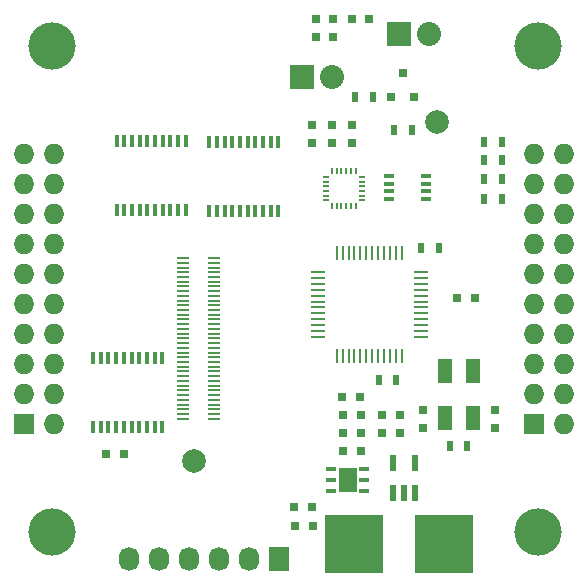
<source format=gbr>
G04 #@! TF.FileFunction,Soldermask,Top*
%FSLAX46Y46*%
G04 Gerber Fmt 4.6, Leading zero omitted, Abs format (unit mm)*
G04 Created by KiCad (PCBNEW 4.0.0-rc2-stable) date 7/22/2016 8:43:15 PM*
%MOMM*%
G01*
G04 APERTURE LIST*
%ADD10C,0.100000*%
%ADD11C,4.000000*%
%ADD12R,0.800000X0.750000*%
%ADD13R,0.750000X0.800000*%
%ADD14R,0.797560X0.797560*%
%ADD15R,1.727200X1.727200*%
%ADD16O,1.727200X1.727200*%
%ADD17R,2.032000X2.032000*%
%ADD18O,2.032000X2.032000*%
%ADD19R,1.727200X2.032000*%
%ADD20O,1.727200X2.032000*%
%ADD21R,5.000000X5.000000*%
%ADD22R,0.800100X0.800100*%
%ADD23R,0.500000X0.900000*%
%ADD24R,0.304800X0.990600*%
%ADD25C,1.998980*%
%ADD26R,1.137920X0.198120*%
%ADD27R,0.812800X0.406400*%
%ADD28R,1.498600X2.006600*%
%ADD29R,0.558800X1.320800*%
%ADD30R,0.600000X0.230000*%
%ADD31R,0.230000X0.600000*%
%ADD32R,0.812800X0.355600*%
%ADD33R,1.300000X0.250000*%
%ADD34R,0.250000X1.300000*%
%ADD35R,1.300000X2.000000*%
G04 APERTURE END LIST*
D10*
D11*
X130541200Y-116318800D03*
X171689200Y-116318800D03*
X171689200Y-75170800D03*
D12*
X135125200Y-109714800D03*
X136625200Y-109714800D03*
X155191200Y-109460800D03*
X156691200Y-109460800D03*
X151127200Y-115810800D03*
X152627200Y-115810800D03*
X151091628Y-114237800D03*
X152591628Y-114237800D03*
D13*
X154279200Y-83418800D03*
X154279200Y-81918800D03*
X152579200Y-83418800D03*
X152579200Y-81918800D03*
X155979200Y-81918800D03*
X155979200Y-83418800D03*
D12*
X158493200Y-107936800D03*
X159993200Y-107936800D03*
X158493200Y-106412800D03*
X159993200Y-106412800D03*
X164843200Y-96506800D03*
X166343200Y-96506800D03*
X155155200Y-104952800D03*
X156655200Y-104952800D03*
X155191200Y-107936800D03*
X156691200Y-107936800D03*
X155191200Y-106412800D03*
X156691200Y-106412800D03*
D13*
X168079200Y-107518800D03*
X168079200Y-106018800D03*
X161979200Y-107518800D03*
X161979200Y-106018800D03*
D14*
X154404500Y-72884800D03*
X152905900Y-72884800D03*
X157452500Y-72884800D03*
X155953900Y-72884800D03*
X154404500Y-74408800D03*
X152905900Y-74408800D03*
D15*
X128219200Y-107238800D03*
D16*
X130759200Y-107238800D03*
X128219200Y-104698800D03*
X130759200Y-104698800D03*
X128219200Y-102158800D03*
X130759200Y-102158800D03*
X128219200Y-99618800D03*
X130759200Y-99618800D03*
X128219200Y-97078800D03*
X130759200Y-97078800D03*
X128219200Y-94538800D03*
X130759200Y-94538800D03*
X128219200Y-91998800D03*
X130759200Y-91998800D03*
X128219200Y-89458800D03*
X130759200Y-89458800D03*
X128219200Y-86918800D03*
X130759200Y-86918800D03*
X128219200Y-84378800D03*
X130759200Y-84378800D03*
D17*
X159969200Y-74218800D03*
D18*
X162509200Y-74218800D03*
D19*
X149809200Y-118668800D03*
D20*
X147269200Y-118668800D03*
X144729200Y-118668800D03*
X142189200Y-118668800D03*
X139649200Y-118668800D03*
X137109200Y-118668800D03*
D21*
X156159200Y-117398800D03*
X163779200Y-117398800D03*
D15*
X171399200Y-107238800D03*
D16*
X173939200Y-107238800D03*
X171399200Y-104698800D03*
X173939200Y-104698800D03*
X171399200Y-102158800D03*
X173939200Y-102158800D03*
X171399200Y-99618800D03*
X173939200Y-99618800D03*
X171399200Y-97078800D03*
X173939200Y-97078800D03*
X171399200Y-94538800D03*
X173939200Y-94538800D03*
X171399200Y-91998800D03*
X173939200Y-91998800D03*
X171399200Y-89458800D03*
X173939200Y-89458800D03*
X171399200Y-86918800D03*
X173939200Y-86918800D03*
X171399200Y-84378800D03*
X173939200Y-84378800D03*
D22*
X159309200Y-79473560D03*
X161209200Y-79473560D03*
X160259200Y-77474580D03*
D23*
X157707200Y-79488800D03*
X156207200Y-79488800D03*
X158229200Y-103468800D03*
X159729200Y-103468800D03*
X167129200Y-86468800D03*
X168629200Y-86468800D03*
X167129200Y-88168800D03*
X168629200Y-88168800D03*
X163329200Y-92268800D03*
X161829200Y-92268800D03*
X161009200Y-82282800D03*
X159509200Y-82282800D03*
X165729200Y-109068800D03*
X164229200Y-109068800D03*
X168629200Y-84822800D03*
X167129200Y-84822800D03*
X167129200Y-83298800D03*
X168629200Y-83298800D03*
D24*
X143887000Y-89163500D03*
X144537000Y-89163500D03*
X145187000Y-89163500D03*
X145837000Y-89163500D03*
X146487000Y-89163500D03*
X147137000Y-89163500D03*
X147787000Y-89163500D03*
X148437000Y-89163500D03*
X148437000Y-83327900D03*
X147787000Y-83327900D03*
X147137000Y-83327900D03*
X146487000Y-83327900D03*
X145837000Y-83327900D03*
X145187000Y-83327900D03*
X144537000Y-83327900D03*
X143887000Y-83327900D03*
X149087000Y-89163500D03*
X149737000Y-89163500D03*
X149087000Y-83327900D03*
X149737000Y-83327900D03*
D25*
X163177220Y-81650840D03*
X142577820Y-110340140D03*
D26*
X141627860Y-106751120D03*
X144266920Y-106751120D03*
X141627860Y-106349800D03*
X144266920Y-106349800D03*
X141627860Y-105951020D03*
X144266920Y-105951020D03*
X141627860Y-105549700D03*
X144266920Y-105549700D03*
X141627860Y-105150920D03*
X144266920Y-105150920D03*
X141627860Y-104749600D03*
X144266920Y-104749600D03*
X141627860Y-104350820D03*
X144266920Y-104350820D03*
X141627860Y-103949500D03*
X144266920Y-103949500D03*
X141627860Y-103550720D03*
X144266920Y-103550720D03*
X141627860Y-103149400D03*
X144266920Y-103149400D03*
X141627860Y-102750620D03*
X144266920Y-102750620D03*
X141627860Y-102349300D03*
X144266920Y-102349300D03*
X141627860Y-101950520D03*
X144266920Y-101950520D03*
X141627860Y-101549200D03*
X144266920Y-101549200D03*
X141627860Y-101150420D03*
X144266920Y-101150420D03*
X141627860Y-100749100D03*
X144266920Y-100749100D03*
X141627860Y-100350320D03*
X144266920Y-100350320D03*
X141627860Y-99949000D03*
X144266920Y-99949000D03*
X141627860Y-99550220D03*
X144266920Y-99550220D03*
X141627860Y-99148900D03*
X144266920Y-99148900D03*
X141627860Y-98750120D03*
X144266920Y-98750120D03*
X141627860Y-98348800D03*
X144266920Y-98348800D03*
X141627860Y-97950020D03*
X144266920Y-97950020D03*
X141627860Y-97551240D03*
X144266920Y-97551240D03*
X141627860Y-97149920D03*
X144266920Y-97149920D03*
X141627860Y-96751140D03*
X144266920Y-96751140D03*
X141627860Y-96349820D03*
X144266920Y-96349820D03*
X141627860Y-95951040D03*
X144266920Y-95951040D03*
X141627860Y-95549720D03*
X144266920Y-95549720D03*
X141627860Y-95150940D03*
X144266920Y-95150940D03*
X141627860Y-94749620D03*
X144266920Y-94749620D03*
X141627860Y-94350840D03*
X144266920Y-94350840D03*
X141627860Y-93949520D03*
X144266920Y-93949520D03*
X141627860Y-93550740D03*
X144266920Y-93550740D03*
X141627860Y-93149420D03*
X144266920Y-93149420D03*
D27*
X156976200Y-112908600D03*
X156976200Y-111968800D03*
X156976200Y-111029000D03*
X154182200Y-111029000D03*
X154182200Y-111968800D03*
X154182200Y-112908600D03*
D28*
X155604600Y-111943400D03*
D29*
X159439400Y-113038800D03*
X160379200Y-113038800D03*
X161319000Y-113038800D03*
X161319000Y-110498800D03*
X159439400Y-110498800D03*
D30*
X156779200Y-88268800D03*
X156779200Y-87868800D03*
X156779200Y-87468800D03*
X156779200Y-87068800D03*
X156779200Y-86668800D03*
X156779200Y-86268800D03*
D31*
X156279200Y-85768800D03*
X155879200Y-85768800D03*
X155479200Y-85768800D03*
X155079200Y-85768800D03*
X154679200Y-85768800D03*
X154279200Y-85768800D03*
D30*
X153779200Y-86268800D03*
X153779200Y-86668800D03*
X153779200Y-87068800D03*
X153779200Y-87468800D03*
X153779200Y-87868800D03*
X153779200Y-88268800D03*
D31*
X154279200Y-88768800D03*
X154679200Y-88768800D03*
X155079200Y-88768800D03*
X155479200Y-88768800D03*
X155879200Y-88768800D03*
X156279200Y-88768800D03*
D24*
X136054200Y-89086600D03*
X136704200Y-89086600D03*
X137354200Y-89086600D03*
X138004200Y-89086600D03*
X138654200Y-89086600D03*
X139304200Y-89086600D03*
X139954200Y-89086600D03*
X140604200Y-89086600D03*
X140604200Y-83251000D03*
X139954200Y-83251000D03*
X139304200Y-83251000D03*
X138654200Y-83251000D03*
X138004200Y-83251000D03*
X137354200Y-83251000D03*
X136704200Y-83251000D03*
X136054200Y-83251000D03*
X141254200Y-89086600D03*
X141904200Y-89086600D03*
X141254200Y-83251000D03*
X141904200Y-83251000D03*
X134054200Y-107486600D03*
X134704200Y-107486600D03*
X135354200Y-107486600D03*
X136004200Y-107486600D03*
X136654200Y-107486600D03*
X137304200Y-107486600D03*
X137954200Y-107486600D03*
X138604200Y-107486600D03*
X138604200Y-101651000D03*
X137954200Y-101651000D03*
X137304200Y-101651000D03*
X136654200Y-101651000D03*
X136004200Y-101651000D03*
X135354200Y-101651000D03*
X134704200Y-101651000D03*
X134054200Y-101651000D03*
X139254200Y-107486600D03*
X139904200Y-107486600D03*
X139254200Y-101651000D03*
X139904200Y-101651000D03*
D32*
X159129800Y-86178200D03*
X159129800Y-86838600D03*
X159129800Y-87499000D03*
X159129800Y-88159400D03*
X162228600Y-88159400D03*
X162228600Y-87499000D03*
X162228600Y-86838600D03*
X162228600Y-86178200D03*
D33*
X161779200Y-99828800D03*
X161779200Y-99328800D03*
X161779200Y-98828800D03*
X161779200Y-98328800D03*
X161779200Y-97828800D03*
X161779200Y-97328800D03*
X161779200Y-96828800D03*
X161779200Y-96328800D03*
X161779200Y-95828800D03*
X161779200Y-95328800D03*
X161779200Y-94828800D03*
X161779200Y-94328800D03*
D34*
X160179200Y-92728800D03*
X159679200Y-92728800D03*
X159179200Y-92728800D03*
X158679200Y-92728800D03*
X158179200Y-92728800D03*
X157679200Y-92728800D03*
X157179200Y-92728800D03*
X156679200Y-92728800D03*
X156179200Y-92728800D03*
X155679200Y-92728800D03*
X155179200Y-92728800D03*
X154679200Y-92728800D03*
D33*
X153079200Y-94328800D03*
X153079200Y-94828800D03*
X153079200Y-95328800D03*
X153079200Y-95828800D03*
X153079200Y-96328800D03*
X153079200Y-96828800D03*
X153079200Y-97328800D03*
X153079200Y-97828800D03*
X153079200Y-98328800D03*
X153079200Y-98828800D03*
X153079200Y-99328800D03*
X153079200Y-99828800D03*
D34*
X154679200Y-101428800D03*
X155179200Y-101428800D03*
X155679200Y-101428800D03*
X156179200Y-101428800D03*
X156679200Y-101428800D03*
X157179200Y-101428800D03*
X157679200Y-101428800D03*
X158179200Y-101428800D03*
X158679200Y-101428800D03*
X159179200Y-101428800D03*
X159679200Y-101428800D03*
X160179200Y-101428800D03*
D35*
X163849200Y-102698800D03*
X163849200Y-106698800D03*
X166249200Y-106698800D03*
X166249200Y-102698800D03*
D17*
X151724800Y-77787000D03*
D18*
X154264800Y-77787000D03*
D11*
X130541200Y-75170800D03*
M02*

</source>
